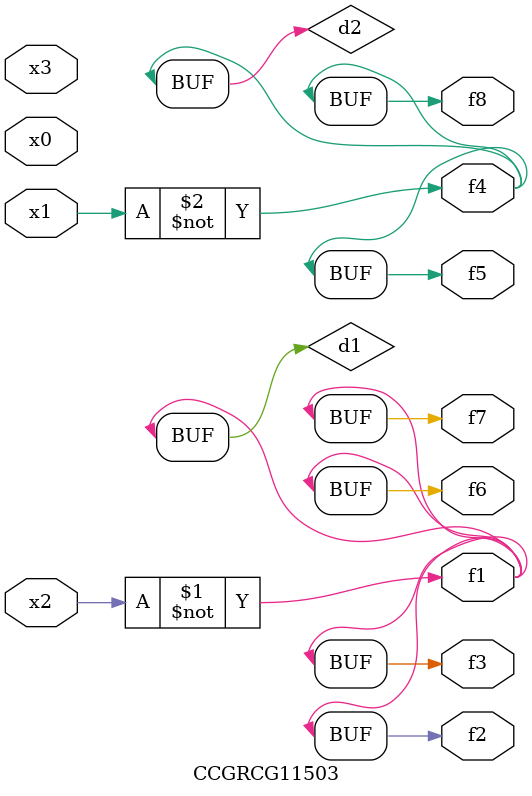
<source format=v>
module CCGRCG11503(
	input x0, x1, x2, x3,
	output f1, f2, f3, f4, f5, f6, f7, f8
);

	wire d1, d2;

	xnor (d1, x2);
	not (d2, x1);
	assign f1 = d1;
	assign f2 = d1;
	assign f3 = d1;
	assign f4 = d2;
	assign f5 = d2;
	assign f6 = d1;
	assign f7 = d1;
	assign f8 = d2;
endmodule

</source>
